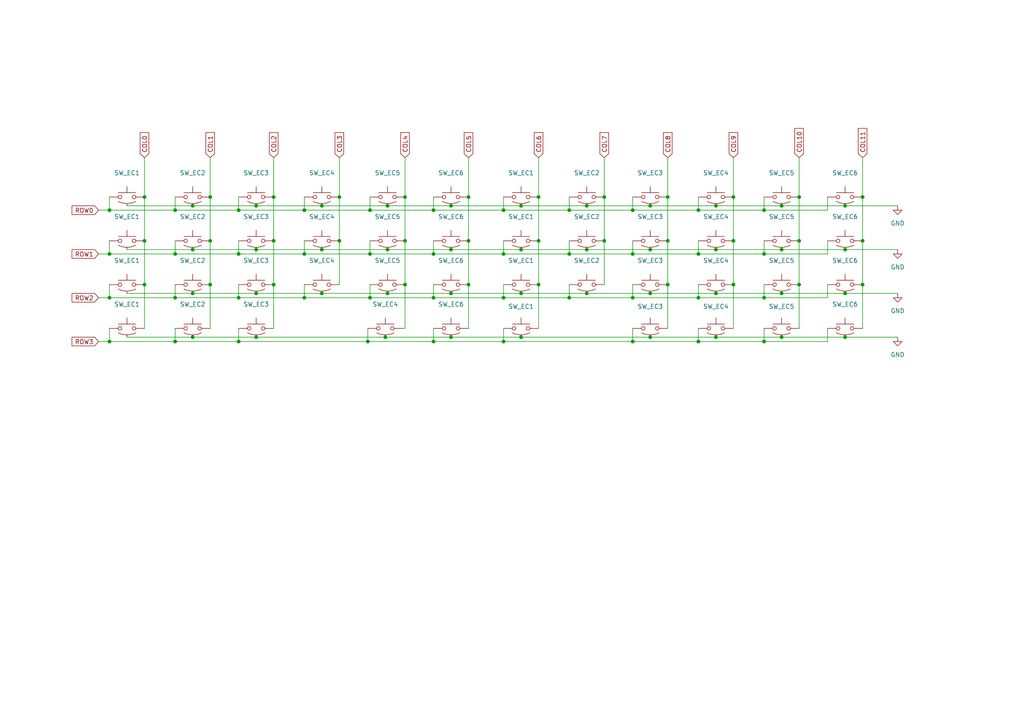
<source format=kicad_sch>
(kicad_sch (version 20231120) (generator "eeschema") (generator_version "8.0")
  (paper "A4")
  (lib_symbols
    (symbol "cipulot_parts:Topre" (pin_numbers hide) (pin_names (offset 1.016) hide)
      (property "Reference" "SW_EC" (at -3.175 6.858 0))
      (property "Value" "Topre" (at -0.127 4.572 0))
      (symbol "Topre_0_1"
        (arc (start -2.54 -1.27) (mid 0 -1.8696) (end 2.54 -1.27))
        (circle (center -2.032 0) (radius 0.508))
        (polyline (pts (xy 0 1.27) (xy 0 3.048)))
        (polyline (pts (xy 2.54 1.27) (xy -2.54 1.27)))
        (circle (center 2.032 0) (radius 0.508))
        (pin input line (at -5.08 0 0) (length 2.54) (name "1") (number "1"))
        (pin output line (at 5.08 0 180) (length 2.54) (name "2") (number "2"))
      )
      (symbol "Topre_1_1"
        (pin power_in line (at 0 -2.54 90) (length 0.6096) (name "3") (number "3"))
      )
    )
    (symbol "power:GND" (power) (pin_names (offset 0))
      (property "Value" "GND" (at 0 -3.81 0))
      (symbol "GND_0_1"
        (polyline (pts (xy 0 0) (xy 0 -1.27) (xy 1.27 -1.27) (xy 0 -2.54) (xy -1.27 -1.27) (xy 0 -1.27)))
      )
      (symbol "GND_1_1"
        (pin power_in line (at 0 0 270) (length 0) hide (name "GND") (number "1"))
      )
    )
  )
  (junction (at 226.695 59.69))
  (junction (at 41.91 82.55))
  (junction (at 93.345 59.69))
  (junction (at 146.05 99.06))
  (junction (at 130.81 97.79))
  (junction (at 31.75 99.06))
  (junction (at 226.695 85.09))
  (junction (at 231.775 82.55))
  (junction (at 188.595 97.79))
  (junction (at 188.595 59.69))
  (junction (at 55.88 97.79))
  (junction (at 50.8 99.06))
  (junction (at 183.515 60.96))
  (junction (at 170.18 72.39))
  (junction (at 193.675 69.85))
  (junction (at 107.315 73.66))
  (junction (at 226.695 97.79))
  (junction (at 207.645 59.69))
  (junction (at 250.19 57.15))
  (junction (at 231.775 57.15))
  (junction (at 156.21 57.15))
  (junction (at 112.395 85.09))
  (junction (at 69.215 73.66))
  (junction (at 151.13 97.79))
  (junction (at 165.1 73.66))
  (junction (at 207.645 97.79))
  (junction (at 31.75 73.66))
  (junction (at 231.775 69.85))
  (junction (at 125.73 60.96))
  (junction (at 112.395 72.39))
  (junction (at 125.73 86.36))
  (junction (at 50.8 86.36))
  (junction (at 88.265 73.66))
  (junction (at 112.395 59.69))
  (junction (at 170.18 85.09))
  (junction (at 130.81 72.39))
  (junction (at 74.295 72.39))
  (junction (at 212.725 82.55))
  (junction (at 226.695 72.39))
  (junction (at 117.475 69.85))
  (junction (at 79.375 82.55))
  (junction (at 55.88 72.39))
  (junction (at 170.18 59.69))
  (junction (at 188.595 85.09))
  (junction (at 156.21 69.85))
  (junction (at 250.19 82.55))
  (junction (at 60.96 82.55))
  (junction (at 221.615 73.66))
  (junction (at 245.11 85.09))
  (junction (at 245.11 59.69))
  (junction (at 221.615 86.36))
  (junction (at 106.68 99.06))
  (junction (at 183.515 99.06))
  (junction (at 41.91 69.85))
  (junction (at 50.8 73.66))
  (junction (at 183.515 73.66))
  (junction (at 202.565 99.06))
  (junction (at 135.89 69.85))
  (junction (at 156.21 82.55))
  (junction (at 55.88 85.09))
  (junction (at 151.13 59.69))
  (junction (at 165.1 60.96))
  (junction (at 188.595 72.39))
  (junction (at 60.96 69.85))
  (junction (at 202.565 60.96))
  (junction (at 55.88 59.69))
  (junction (at 146.05 73.66))
  (junction (at 60.96 57.15))
  (junction (at 88.265 86.36))
  (junction (at 245.11 72.39))
  (junction (at 74.295 59.69))
  (junction (at 207.645 85.09))
  (junction (at 146.05 86.36))
  (junction (at 93.345 72.39))
  (junction (at 135.89 82.55))
  (junction (at 135.89 57.15))
  (junction (at 221.615 99.06))
  (junction (at 31.75 86.36))
  (junction (at 98.425 69.85))
  (junction (at 31.75 60.96))
  (junction (at 193.675 57.15))
  (junction (at 117.475 82.55))
  (junction (at 202.565 73.66))
  (junction (at 79.375 57.15))
  (junction (at 212.725 57.15))
  (junction (at 165.1 86.36))
  (junction (at 111.76 97.79))
  (junction (at 69.215 60.96))
  (junction (at 74.295 97.79))
  (junction (at 41.91 57.15))
  (junction (at 130.81 59.69))
  (junction (at 193.675 82.55))
  (junction (at 250.19 69.85))
  (junction (at 117.475 57.15))
  (junction (at 107.315 60.96))
  (junction (at 175.26 69.85))
  (junction (at 93.345 85.09))
  (junction (at 74.295 85.09))
  (junction (at 175.26 57.15))
  (junction (at 69.215 99.06))
  (junction (at 107.315 86.36))
  (junction (at 146.05 60.96))
  (junction (at 98.425 57.15))
  (junction (at 125.73 73.66))
  (junction (at 79.375 69.85))
  (junction (at 202.565 86.36))
  (junction (at 88.265 60.96))
  (junction (at 207.645 72.39))
  (junction (at 50.8 60.96))
  (junction (at 69.215 86.36))
  (junction (at 212.725 69.85))
  (junction (at 125.73 99.06))
  (junction (at 245.11 97.79))
  (junction (at 130.81 85.09))
  (junction (at 221.615 60.96))
  (junction (at 151.13 72.39))
  (junction (at 151.13 85.09))
  (junction (at 183.515 86.36))
  (wire (pts (xy 188.595 59.69) (xy 207.645 59.69)))
  (wire (pts (xy 240.03 57.15) (xy 240.03 60.96)))
  (wire (pts (xy 125.73 95.25) (xy 125.73 99.06)))
  (wire (pts (xy 207.645 85.09) (xy 226.695 85.09)))
  (wire (pts (xy 130.81 59.69) (xy 151.13 59.69)))
  (wire (pts (xy 170.18 59.69) (xy 188.595 59.69)))
  (wire (pts (xy 175.26 57.15) (xy 175.26 69.85)))
  (wire (pts (xy 226.695 97.79) (xy 245.11 97.79)))
  (wire (pts (xy 88.265 57.15) (xy 88.265 60.96)))
  (wire (pts (xy 175.26 69.85) (xy 175.26 82.55)))
  (wire (pts (xy 156.21 69.85) (xy 156.21 82.55)))
  (wire (pts (xy 50.8 69.85) (xy 50.8 73.66)))
  (wire (pts (xy 193.675 69.85) (xy 193.675 82.55)))
  (wire (pts (xy 183.515 99.06) (xy 202.565 99.06)))
  (wire (pts (xy 240.03 82.55) (xy 240.03 86.36)))
  (wire (pts (xy 146.05 69.85) (xy 146.05 73.66)))
  (wire (pts (xy 111.76 97.79) (xy 130.81 97.79)))
  (wire (pts (xy 146.05 99.06) (xy 183.515 99.06)))
  (wire (pts (xy 156.21 45.72) (xy 156.21 57.15)))
  (wire (pts (xy 36.83 85.09) (xy 55.88 85.09)))
  (wire (pts (xy 125.73 86.36) (xy 146.05 86.36)))
  (wire (pts (xy 69.215 95.25) (xy 69.215 99.06)))
  (wire (pts (xy 125.73 69.85) (xy 125.73 73.66)))
  (wire (pts (xy 28.575 99.06) (xy 31.75 99.06)))
  (wire (pts (xy 98.425 45.72) (xy 98.425 57.15)))
  (wire (pts (xy 183.515 60.96) (xy 202.565 60.96)))
  (wire (pts (xy 221.615 69.85) (xy 221.615 73.66)))
  (wire (pts (xy 112.395 72.39) (xy 130.81 72.39)))
  (wire (pts (xy 93.345 59.69) (xy 112.395 59.69)))
  (wire (pts (xy 183.515 57.15) (xy 183.515 60.96)))
  (wire (pts (xy 245.11 59.69) (xy 260.35 59.69)))
  (wire (pts (xy 212.725 69.85) (xy 212.725 82.55)))
  (wire (pts (xy 193.675 57.15) (xy 193.675 69.85)))
  (wire (pts (xy 117.475 57.15) (xy 117.475 69.85)))
  (wire (pts (xy 69.215 60.96) (xy 88.265 60.96)))
  (wire (pts (xy 207.645 97.79) (xy 226.695 97.79)))
  (wire (pts (xy 250.19 45.72) (xy 250.19 57.15)))
  (wire (pts (xy 135.89 57.15) (xy 135.89 69.85)))
  (wire (pts (xy 165.1 57.15) (xy 165.1 60.96)))
  (wire (pts (xy 151.13 72.39) (xy 170.18 72.39)))
  (wire (pts (xy 69.215 82.55) (xy 69.215 86.36)))
  (wire (pts (xy 202.565 86.36) (xy 221.615 86.36)))
  (wire (pts (xy 117.475 45.72) (xy 117.475 57.15)))
  (wire (pts (xy 202.565 69.85) (xy 202.565 73.66)))
  (wire (pts (xy 69.215 73.66) (xy 88.265 73.66)))
  (wire (pts (xy 74.295 72.39) (xy 93.345 72.39)))
  (wire (pts (xy 88.265 82.55) (xy 88.265 86.36)))
  (wire (pts (xy 212.725 45.72) (xy 212.725 57.15)))
  (wire (pts (xy 188.595 85.09) (xy 207.645 85.09)))
  (wire (pts (xy 221.615 57.15) (xy 221.615 60.96)))
  (wire (pts (xy 156.21 82.55) (xy 156.21 95.25)))
  (wire (pts (xy 146.05 60.96) (xy 165.1 60.96)))
  (wire (pts (xy 221.615 95.25) (xy 221.615 99.06)))
  (wire (pts (xy 221.615 86.36) (xy 240.03 86.36)))
  (wire (pts (xy 125.73 60.96) (xy 146.05 60.96)))
  (wire (pts (xy 165.1 86.36) (xy 183.515 86.36)))
  (wire (pts (xy 28.575 73.66) (xy 31.75 73.66)))
  (wire (pts (xy 112.395 59.69) (xy 130.81 59.69)))
  (wire (pts (xy 31.75 60.96) (xy 50.8 60.96)))
  (wire (pts (xy 125.73 57.15) (xy 125.73 60.96)))
  (wire (pts (xy 207.645 72.39) (xy 226.695 72.39)))
  (wire (pts (xy 88.265 73.66) (xy 107.315 73.66)))
  (wire (pts (xy 36.83 97.79) (xy 55.88 97.79)))
  (wire (pts (xy 107.315 73.66) (xy 125.73 73.66)))
  (wire (pts (xy 50.8 57.15) (xy 50.8 60.96)))
  (wire (pts (xy 60.96 69.85) (xy 60.96 82.55)))
  (wire (pts (xy 31.75 73.66) (xy 50.8 73.66)))
  (wire (pts (xy 60.96 45.72) (xy 60.96 57.15)))
  (wire (pts (xy 250.19 69.85) (xy 250.19 82.55)))
  (wire (pts (xy 146.05 86.36) (xy 165.1 86.36)))
  (wire (pts (xy 202.565 95.25) (xy 202.565 99.06)))
  (wire (pts (xy 50.8 60.96) (xy 69.215 60.96)))
  (wire (pts (xy 245.11 72.39) (xy 260.35 72.39)))
  (wire (pts (xy 88.265 69.85) (xy 88.265 73.66)))
  (wire (pts (xy 135.89 45.72) (xy 135.89 57.15)))
  (wire (pts (xy 74.295 97.79) (xy 111.76 97.79)))
  (wire (pts (xy 183.515 95.25) (xy 183.515 99.06)))
  (wire (pts (xy 221.615 82.55) (xy 221.615 86.36)))
  (wire (pts (xy 245.11 97.79) (xy 260.35 97.79)))
  (wire (pts (xy 250.19 57.15) (xy 250.19 69.85)))
  (wire (pts (xy 107.315 60.96) (xy 125.73 60.96)))
  (wire (pts (xy 31.75 57.15) (xy 31.75 60.96)))
  (wire (pts (xy 125.73 82.55) (xy 125.73 86.36)))
  (wire (pts (xy 36.83 72.39) (xy 55.88 72.39)))
  (wire (pts (xy 31.75 86.36) (xy 50.8 86.36)))
  (wire (pts (xy 60.96 57.15) (xy 60.96 69.85)))
  (wire (pts (xy 183.515 86.36) (xy 202.565 86.36)))
  (wire (pts (xy 170.18 85.09) (xy 188.595 85.09)))
  (wire (pts (xy 74.295 85.09) (xy 93.345 85.09)))
  (wire (pts (xy 41.91 45.72) (xy 41.91 57.15)))
  (wire (pts (xy 74.295 59.69) (xy 93.345 59.69)))
  (wire (pts (xy 202.565 60.96) (xy 221.615 60.96)))
  (wire (pts (xy 240.03 95.25) (xy 240.03 99.06)))
  (wire (pts (xy 146.05 73.66) (xy 165.1 73.66)))
  (wire (pts (xy 212.725 82.55) (xy 212.725 95.25)))
  (wire (pts (xy 151.13 59.69) (xy 170.18 59.69)))
  (wire (pts (xy 165.1 73.66) (xy 183.515 73.66)))
  (wire (pts (xy 146.05 95.25) (xy 146.05 99.06)))
  (wire (pts (xy 183.515 73.66) (xy 202.565 73.66)))
  (wire (pts (xy 31.75 69.85) (xy 31.75 73.66)))
  (wire (pts (xy 88.265 60.96) (xy 107.315 60.96)))
  (wire (pts (xy 188.595 97.79) (xy 207.645 97.79)))
  (wire (pts (xy 107.315 82.55) (xy 107.315 86.36)))
  (wire (pts (xy 146.05 82.55) (xy 146.05 86.36)))
  (wire (pts (xy 231.775 69.85) (xy 231.775 82.55)))
  (wire (pts (xy 156.21 57.15) (xy 156.21 69.85)))
  (wire (pts (xy 125.73 73.66) (xy 146.05 73.66)))
  (wire (pts (xy 165.1 60.96) (xy 183.515 60.96)))
  (wire (pts (xy 207.645 59.69) (xy 226.695 59.69)))
  (wire (pts (xy 50.8 99.06) (xy 69.215 99.06)))
  (wire (pts (xy 245.11 85.09) (xy 260.35 85.09)))
  (wire (pts (xy 130.81 72.39) (xy 151.13 72.39)))
  (wire (pts (xy 55.88 97.79) (xy 74.295 97.79)))
  (wire (pts (xy 170.18 72.39) (xy 188.595 72.39)))
  (wire (pts (xy 79.375 69.85) (xy 79.375 82.55)))
  (wire (pts (xy 221.615 60.96) (xy 240.03 60.96)))
  (wire (pts (xy 50.8 86.36) (xy 69.215 86.36)))
  (wire (pts (xy 193.675 45.72) (xy 193.675 57.15)))
  (wire (pts (xy 55.88 59.69) (xy 74.295 59.69)))
  (wire (pts (xy 226.695 85.09) (xy 245.11 85.09)))
  (wire (pts (xy 183.515 82.55) (xy 183.515 86.36)))
  (wire (pts (xy 79.375 45.72) (xy 79.375 57.15)))
  (wire (pts (xy 221.615 99.06) (xy 240.03 99.06)))
  (wire (pts (xy 69.215 99.06) (xy 106.68 99.06)))
  (wire (pts (xy 36.83 59.69) (xy 55.88 59.69)))
  (wire (pts (xy 221.615 73.66) (xy 240.03 73.66)))
  (wire (pts (xy 117.475 82.55) (xy 117.475 95.25)))
  (wire (pts (xy 107.315 57.15) (xy 107.315 60.96)))
  (wire (pts (xy 55.88 72.39) (xy 74.295 72.39)))
  (wire (pts (xy 98.425 69.85) (xy 98.425 82.55)))
  (wire (pts (xy 79.375 82.55) (xy 79.375 95.25)))
  (wire (pts (xy 146.05 57.15) (xy 146.05 60.96)))
  (wire (pts (xy 202.565 73.66) (xy 221.615 73.66)))
  (wire (pts (xy 50.8 95.25) (xy 50.8 99.06)))
  (wire (pts (xy 106.68 99.06) (xy 125.73 99.06)))
  (wire (pts (xy 31.75 95.25) (xy 31.75 99.06)))
  (wire (pts (xy 93.345 72.39) (xy 112.395 72.39)))
  (wire (pts (xy 69.215 57.15) (xy 69.215 60.96)))
  (wire (pts (xy 135.89 82.55) (xy 135.89 95.25)))
  (wire (pts (xy 226.695 72.39) (xy 245.11 72.39)))
  (wire (pts (xy 202.565 57.15) (xy 202.565 60.96)))
  (wire (pts (xy 112.395 85.09) (xy 130.81 85.09)))
  (wire (pts (xy 130.81 85.09) (xy 151.13 85.09)))
  (wire (pts (xy 117.475 69.85) (xy 117.475 82.55)))
  (wire (pts (xy 107.315 69.85) (xy 107.315 73.66)))
  (wire (pts (xy 69.215 86.36) (xy 88.265 86.36)))
  (wire (pts (xy 165.1 69.85) (xy 165.1 73.66)))
  (wire (pts (xy 107.315 86.36) (xy 125.73 86.36)))
  (wire (pts (xy 79.375 57.15) (xy 79.375 69.85)))
  (wire (pts (xy 212.725 57.15) (xy 212.725 69.85)))
  (wire (pts (xy 88.265 86.36) (xy 107.315 86.36)))
  (wire (pts (xy 28.575 86.36) (xy 31.75 86.36)))
  (wire (pts (xy 231.775 82.55) (xy 231.775 95.25)))
  (wire (pts (xy 165.1 82.55) (xy 165.1 86.36)))
  (wire (pts (xy 226.695 59.69) (xy 245.11 59.69)))
  (wire (pts (xy 41.91 82.55) (xy 41.91 95.25)))
  (wire (pts (xy 175.26 45.72) (xy 175.26 57.15)))
  (wire (pts (xy 31.75 99.06) (xy 50.8 99.06)))
  (wire (pts (xy 231.775 45.72) (xy 231.775 57.15)))
  (wire (pts (xy 130.81 97.79) (xy 151.13 97.79)))
  (wire (pts (xy 135.89 69.85) (xy 135.89 82.55)))
  (wire (pts (xy 60.96 82.55) (xy 60.96 95.25)))
  (wire (pts (xy 55.88 85.09) (xy 74.295 85.09)))
  (wire (pts (xy 151.13 97.79) (xy 188.595 97.79)))
  (wire (pts (xy 188.595 72.39) (xy 207.645 72.39)))
  (wire (pts (xy 106.68 95.25) (xy 106.68 99.06)))
  (wire (pts (xy 69.215 69.85) (xy 69.215 73.66)))
  (wire (pts (xy 125.73 99.06) (xy 146.05 99.06)))
  (wire (pts (xy 50.8 73.66) (xy 69.215 73.66)))
  (wire (pts (xy 41.91 57.15) (xy 41.91 69.85)))
  (wire (pts (xy 41.91 69.85) (xy 41.91 82.55)))
  (wire (pts (xy 202.565 82.55) (xy 202.565 86.36)))
  (wire (pts (xy 116.84 95.25) (xy 117.475 95.25)))
  (wire (pts (xy 151.13 85.09) (xy 170.18 85.09)))
  (wire (pts (xy 28.575 60.96) (xy 31.75 60.96)))
  (wire (pts (xy 240.03 69.85) (xy 240.03 73.66)))
  (wire (pts (xy 193.675 82.55) (xy 193.675 95.25)))
  (wire (pts (xy 202.565 99.06) (xy 221.615 99.06)))
  (wire (pts (xy 183.515 69.85) (xy 183.515 73.66)))
  (wire (pts (xy 31.75 82.55) (xy 31.75 86.36)))
  (wire (pts (xy 50.8 82.55) (xy 50.8 86.36)))
  (wire (pts (xy 93.345 85.09) (xy 112.395 85.09)))
  (wire (pts (xy 231.775 57.15) (xy 231.775 69.85)))
  (wire (pts (xy 98.425 57.15) (xy 98.425 69.85)))
  (wire (pts (xy 250.19 82.55) (xy 250.19 95.25)))
  (global_label "ROW0" (shape input) (at 28.575 60.96 180) (property "Intersheetrefs" "${INTERSHEET_REFS}" (effects (hide yes))))
  (global_label "COL8" (shape input) (at 193.675 45.72 90) (property "Intersheetrefs" "${INTERSHEET_REFS}" (effects (hide yes))))
  (global_label "ROW1" (shape input) (at 28.575 73.66 180) (property "Intersheetrefs" "${INTERSHEET_REFS}" (effects (hide yes))))
  (global_label "COL4" (shape input) (at 117.475 45.72 90) (property "Intersheetrefs" "${INTERSHEET_REFS}" (effects (hide yes))))
  (global_label "COL10" (shape input) (at 231.775 45.72 90) (property "Intersheetrefs" "${INTERSHEET_REFS}" (effects (hide yes))))
  (global_label "COL2" (shape input) (at 79.375 45.72 90) (property "Intersheetrefs" "${INTERSHEET_REFS}" (effects (hide yes))))
  (global_label "COL9" (shape input) (at 212.725 45.72 90) (property "Intersheetrefs" "${INTERSHEET_REFS}" (effects (hide yes))))
  (global_label "COL11" (shape input) (at 250.19 45.72 90) (property "Intersheetrefs" "${INTERSHEET_REFS}" (effects (hide yes))))
  (global_label "COL6" (shape input) (at 156.21 45.72 90) (property "Intersheetrefs" "${INTERSHEET_REFS}" (effects (hide yes))))
  (global_label "ROW3" (shape input) (at 28.575 99.06 180) (property "Intersheetrefs" "${INTERSHEET_REFS}" (effects (hide yes))))
  (global_label "COL7" (shape input) (at 175.26 45.72 90) (property "Intersheetrefs" "${INTERSHEET_REFS}" (effects (hide yes))))
  (global_label "COL1" (shape input) (at 60.96 45.72 90) (property "Intersheetrefs" "${INTERSHEET_REFS}" (effects (hide yes))))
  (global_label "ROW2" (shape input) (at 28.575 86.36 180) (property "Intersheetrefs" "${INTERSHEET_REFS}" (effects (hide yes))))
  (global_label "COL0" (shape input) (at 41.91 45.72 90) (property "Intersheetrefs" "${INTERSHEET_REFS}" (effects (hide yes))))
  (global_label "COL5" (shape input) (at 135.89 45.72 90) (property "Intersheetrefs" "${INTERSHEET_REFS}" (effects (hide yes))))
  (global_label "COL3" (shape input) (at 98.425 45.72 90) (property "Intersheetrefs" "${INTERSHEET_REFS}" (effects (hide yes))))
  (symbol (lib_id "cipulot_parts:Topre") (at 93.345 69.85 0) (unit 1)
    (property "Reference" "SW_EC4" (at 93.345 62.865 0))
    (property "Value" "Topre" (effects (hide yes)))
    (property "Footprint" "cipulot_parts:ecs_pad_1U_no_ring" (effects (hide yes)))
    (instances (project "minivan" (path "" (reference "SW_EC4") (unit 1)) (path "" (reference "SW_EC16") (unit 1))))
  )
  (symbol (lib_id "cipulot_parts:Topre") (at 112.395 57.15 0) (unit 1)
    (property "Reference" "SW_EC5" (at 112.395 50.165 0))
    (property "Value" "Topre" (effects (hide yes)))
    (property "Footprint" "cipulot_parts:ecs_pad_1U_no_ring" (effects (hide yes)))
  )
  (symbol (lib_id "cipulot_parts:Topre") (at 188.595 69.85 0) (unit 1)
    (property "Reference" "SW_EC3" (at 188.595 62.865 0))
    (property "Value" "Topre" (effects (hide yes)))
    (property "Footprint" "cipulot_parts:ecs_pad_1U_no_ring" (effects (hide yes)))
    (instances (project "minivan" (path "" (reference "SW_EC3") (unit 1)) (path "" (reference "SW_EC21") (unit 1))))
  )
  (symbol (lib_id "cipulot_parts:Topre") (at 130.81 57.15 0) (unit 1)
    (property "Reference" "SW_EC6" (at 130.81 50.165 0))
    (property "Value" "Topre" (effects (hide yes)))
    (property "Footprint" "cipulot_parts:ecs_pad_1U_no_ring" (effects (hide yes)))
  )
  (symbol (lib_id "cipulot_parts:Topre") (at 36.83 69.85 0) (unit 1)
    (property "Reference" "SW_EC1" (at 36.83 62.865 0))
    (property "Value" "Topre" (effects (hide yes)))
    (property "Footprint" "cipulot_parts:ecs_pad_1U_no_ring" (effects (hide yes)))
    (instances (project "minivan" (path "" (reference "SW_EC1") (unit 1)) (path "" (reference "SW_EC13") (unit 1))))
  )
  (symbol (lib_id "cipulot_parts:Topre") (at 170.18 69.85 0) (unit 1)
    (property "Reference" "SW_EC2" (at 170.18 62.865 0))
    (property "Value" "Topre" (effects (hide yes)))
    (property "Footprint" "cipulot_parts:ecs_pad_1U_no_ring" (effects (hide yes)))
    (instances (project "minivan" (path "" (reference "SW_EC2") (unit 1)) (path "" (reference "SW_EC20") (unit 1))))
  )
  (symbol (lib_id "cipulot_parts:Topre") (at 130.81 82.55 0) (unit 1)
    (property "Reference" "SW_EC6" (at 130.81 75.565 0))
    (property "Value" "Topre" (effects (hide yes)))
    (property "Footprint" "cipulot_parts:ecs_pad_1U_no_ring" (effects (hide yes)))
    (instances (project "minivan" (path "" (reference "SW_EC6") (unit 1)) (path "" (reference "SW_EC30") (unit 1))))
  )
  (symbol (lib_id "power:GND") (at 260.35 85.09 0) (unit 1)
    (property "Reference" "#PWR045" (effects (hide yes)))
    (property "Value" "GND" (at 260.35 90.17 0))
  )
  (symbol (lib_id "cipulot_parts:Topre") (at 226.695 82.55 0) (unit 1)
    (property "Reference" "SW_EC5" (at 226.695 75.565 0))
    (property "Value" "Topre" (effects (hide yes)))
    (property "Footprint" "cipulot_parts:ecs_pad_1U_no_ring" (effects (hide yes)))
    (instances (project "minivan" (path "" (reference "SW_EC5") (unit 1)) (path "" (reference "SW_EC35") (unit 1))))
  )
  (symbol (lib_id "cipulot_parts:Topre") (at 170.18 57.15 0) (unit 1)
    (property "Reference" "SW_EC2" (at 170.18 50.165 0))
    (property "Value" "Topre" (effects (hide yes)))
    (property "Footprint" "cipulot_parts:ecs_pad_1U_no_ring" (effects (hide yes)))
    (instances (project "minivan" (path "" (reference "SW_EC2") (unit 1)) (path "" (reference "SW_EC8") (unit 1))))
  )
  (symbol (lib_id "power:GND") (at 260.35 59.69 0) (unit 1)
    (property "Reference" "#PWR043" (effects (hide yes)))
    (property "Value" "GND" (at 260.35 64.77 0))
  )
  (symbol (lib_id "cipulot_parts:Topre") (at 188.595 95.25 0) (unit 1)
    (property "Reference" "SW_EC3" (at 188.595 88.9 0))
    (property "Value" "Topre" (effects (hide yes)))
    (property "Footprint" "cipulot_parts:ecs_pad_1U_no_ring" (effects (hide yes)))
    (instances (project "minivan" (path "" (reference "SW_EC3") (unit 1)) (path "" (reference "SW_EC43") (unit 1))))
  )
  (symbol (lib_id "cipulot_parts:Topre") (at 74.295 82.55 0) (unit 1)
    (property "Reference" "SW_EC3" (at 74.295 75.565 0))
    (property "Value" "Topre" (effects (hide yes)))
    (property "Footprint" "cipulot_parts:ecs_pad_1U_no_ring" (effects (hide yes)))
    (instances (project "minivan" (path "" (reference "SW_EC3") (unit 1)) (path "" (reference "SW_EC27") (unit 1))))
  )
  (symbol (lib_id "cipulot_parts:Topre") (at 151.13 95.25 0) (unit 1)
    (property "Reference" "SW_EC1" (at 151.13 88.9 0))
    (property "Value" "Topre" (effects (hide yes)))
    (property "Footprint" "cipulot_parts:ecs_pad_1U_no_ring" (effects (hide yes)))
    (instances (project "minivan" (path "" (reference "SW_EC1") (unit 1)) (path "" (reference "SW_EC42") (unit 1))))
  )
  (symbol (lib_id "cipulot_parts:Topre") (at 55.88 69.85 0) (unit 1)
    (property "Reference" "SW_EC2" (at 55.88 62.865 0))
    (property "Value" "Topre" (effects (hide yes)))
    (property "Footprint" "cipulot_parts:ecs_pad_1U_no_ring" (effects (hide yes)))
    (instances (project "minivan" (path "" (reference "SW_EC2") (unit 1)) (path "" (reference "SW_EC14") (unit 1))))
  )
  (symbol (lib_id "cipulot_parts:Topre") (at 36.83 95.25 0) (unit 1)
    (property "Reference" "SW_EC1" (at 36.83 88.265 0))
    (property "Value" "Topre" (effects (hide yes)))
    (property "Footprint" "cipulot_parts:ecs_pad_1U_no_ring" (effects (hide yes)))
    (instances (project "minivan" (path "" (reference "SW_EC1") (unit 1)) (path "" (reference "SW_EC37") (unit 1))))
  )
  (symbol (lib_id "cipulot_parts:Topre") (at 112.395 82.55 0) (unit 1)
    (property "Reference" "SW_EC5" (at 112.395 75.565 0))
    (property "Value" "Topre" (effects (hide yes)))
    (property "Footprint" "cipulot_parts:ecs_pad_1U_no_ring" (effects (hide yes)))
    (instances (project "minivan" (path "" (reference "SW_EC5") (unit 1)) (path "" (reference "SW_EC29") (unit 1))))
  )
  (symbol (lib_id "power:GND") (at 260.35 97.79 0) (unit 1)
    (property "Reference" "#PWR046" (effects (hide yes)))
    (property "Value" "GND" (at 260.35 102.87 0))
  )
  (symbol (lib_id "cipulot_parts:Topre") (at 245.11 82.55 0) (unit 1)
    (property "Reference" "SW_EC6" (at 245.11 75.565 0))
    (property "Value" "Topre" (effects (hide yes)))
    (property "Footprint" "cipulot_parts:ecs_pad_1U_no_ring" (effects (hide yes)))
    (instances (project "minivan" (path "" (reference "SW_EC6") (unit 1)) (path "" (reference "SW_EC36") (unit 1))))
  )
  (symbol (lib_id "cipulot_parts:Topre") (at 207.645 69.85 0) (unit 1)
    (property "Reference" "SW_EC4" (at 207.645 62.865 0))
    (property "Value" "Topre" (effects (hide yes)))
    (property "Footprint" "cipulot_parts:ecs_pad_1U_no_ring" (effects (hide yes)))
    (instances (project "minivan" (path "" (reference "SW_EC4") (unit 1)) (path "" (reference "SW_EC22") (unit 1))))
  )
  (symbol (lib_id "cipulot_parts:Topre") (at 151.13 57.15 0) (unit 1)
    (property "Reference" "SW_EC1" (at 151.13 50.165 0))
    (property "Value" "Topre" (effects (hide yes)))
    (property "Footprint" "cipulot_parts:ecs_pad_1U_no_ring" (effects (hide yes)))
    (instances (project "minivan" (path "" (reference "SW_EC1") (unit 1)) (path "" (reference "SW_EC7") (unit 1))))
  )
  (symbol (lib_id "power:GND") (at 260.35 72.39 0) (unit 1)
    (property "Reference" "#PWR044" (effects (hide yes)))
    (property "Value" "GND" (at 260.35 77.47 0))
  )
  (symbol (lib_id "cipulot_parts:Topre") (at 55.88 82.55 0) (unit 1)
    (property "Reference" "SW_EC2" (at 55.88 75.565 0))
    (property "Value" "Topre" (effects (hide yes)))
    (property "Footprint" "cipulot_parts:ecs_pad_1U_no_ring" (effects (hide yes)))
    (instances (project "minivan" (path "" (reference "SW_EC2") (unit 1)) (path "" (reference "SW_EC26") (unit 1))))
  )
  (symbol (lib_id "cipulot_parts:Topre") (at 111.76 95.25 0) (unit 1)
    (property "Reference" "SW_EC4" (at 111.76 88.265 0))
    (property "Value" "Topre" (effects (hide yes)))
    (property "Footprint" "cipulot_parts:ecs_pad_1U_no_ring" (effects (hide yes)))
    (instances (project "minivan" (path "" (reference "SW_EC4") (unit 1)) (path "" (reference "SW_EC40") (unit 1))))
  )
  (symbol (lib_id "cipulot_parts:Topre") (at 226.695 95.25 0) (unit 1)
    (property "Reference" "SW_EC5" (at 226.695 88.9 0))
    (property "Value" "Topre" (effects (hide yes)))
    (property "Footprint" "cipulot_parts:ecs_pad_1U_no_ring" (effects (hide yes)))
    (instances (project "minivan" (path "" (reference "SW_EC5") (unit 1)) (path "" (reference "SW_EC45") (unit 1))))
  )
  (symbol (lib_id "cipulot_parts:Topre") (at 130.81 69.85 0) (unit 1)
    (property "Reference" "SW_EC6" (at 130.81 62.865 0))
    (property "Value" "Topre" (effects (hide yes)))
    (property "Footprint" "cipulot_parts:ecs_pad_1U_no_ring" (effects (hide yes)))
    (instances (project "minivan" (path "" (reference "SW_EC6") (unit 1)) (path "" (reference "SW_EC18") (unit 1))))
  )
  (symbol (lib_id "cipulot_parts:Topre") (at 93.345 57.15 0) (unit 1)
    (property "Reference" "SW_EC4" (at 93.345 50.165 0))
    (property "Value" "Topre" (effects (hide yes)))
    (property "Footprint" "cipulot_parts:ecs_pad_1U_no_ring" (effects (hide yes)))
  )
  (symbol (lib_id "cipulot_parts:Topre") (at 36.83 57.15 0) (unit 1)
    (property "Reference" "SW_EC1" (at 36.83 50.165 0))
    (property "Value" "Topre" (effects (hide yes)))
    (property "Footprint" "cipulot_parts:ecs_pad_1U_no_ring" (effects (hide yes)))
  )
  (symbol (lib_id "cipulot_parts:Topre") (at 74.295 69.85 0) (unit 1)
    (property "Reference" "SW_EC3" (at 74.295 62.865 0))
    (property "Value" "Topre" (effects (hide yes)))
    (property "Footprint" "cipulot_parts:ecs_pad_1U_no_ring" (effects (hide yes)))
    (instances (project "minivan" (path "" (reference "SW_EC3") (unit 1)) (path "" (reference "SW_EC15") (unit 1))))
  )
  (symbol (lib_id "cipulot_parts:Topre") (at 188.595 82.55 0) (unit 1)
    (property "Reference" "SW_EC3" (at 188.595 75.565 0))
    (property "Value" "Topre" (effects (hide yes)))
    (property "Footprint" "cipulot_parts:ecs_pad_1U_no_ring" (effects (hide yes)))
    (instances (project "minivan" (path "" (reference "SW_EC3") (unit 1)) (path "" (reference "SW_EC33") (unit 1))))
  )
  (symbol (lib_id "cipulot_parts:Topre") (at 245.11 57.15 0) (unit 1)
    (property "Reference" "SW_EC6" (at 245.11 50.165 0))
    (property "Value" "Topre" (effects (hide yes)))
    (property "Footprint" "cipulot_parts:ecs_pad_1U_no_ring" (effects (hide yes)))
    (instances (project "minivan" (path "" (reference "SW_EC6") (unit 1)) (path "" (reference "SW_EC12") (unit 1))))
  )
  (symbol (lib_id "cipulot_parts:Topre") (at 226.695 69.85 0) (unit 1)
    (property "Reference" "SW_EC5" (at 226.695 62.865 0))
    (property "Value" "Topre" (effects (hide yes)))
    (property "Footprint" "cipulot_parts:ecs_pad_1U_no_ring" (effects (hide yes)))
    (instances (project "minivan" (path "" (reference "SW_EC5") (unit 1)) (path "" (reference "SW_EC23") (unit 1))))
  )
  (symbol (lib_id "cipulot_parts:Topre") (at 93.345 82.55 0) (unit 1)
    (property "Reference" "SW_EC4" (at 93.345 75.565 0))
    (property "Value" "Topre" (effects (hide yes)))
    (property "Footprint" "cipulot_parts:ecs_pad_1U_no_ring" (effects (hide yes)))
    (instances (project "minivan" (path "" (reference "SW_EC4") (unit 1)) (path "" (reference "SW_EC28") (unit 1))))
  )
  (symbol (lib_id "cipulot_parts:Topre") (at 245.11 69.85 0) (unit 1)
    (property "Reference" "SW_EC6" (at 245.11 62.865 0))
    (property "Value" "Topre" (effects (hide yes)))
    (property "Footprint" "cipulot_parts:ecs_pad_1U_no_ring" (effects (hide yes)))
    (instances (project "minivan" (path "" (reference "SW_EC6") (unit 1)) (path "" (reference "SW_EC24") (unit 1))))
  )
  (symbol (lib_id "cipulot_parts:Topre") (at 55.88 57.15 0) (unit 1)
    (property "Reference" "SW_EC2" (at 55.88 50.165 0))
    (property "Value" "Topre" (effects (hide yes)))
    (property "Footprint" "cipulot_parts:ecs_pad_1U_no_ring" (effects (hide yes)))
  )
  (symbol (lib_id "cipulot_parts:Topre") (at 130.81 95.25 0) (unit 1)
    (property "Reference" "SW_EC6" (at 130.81 88.265 0))
    (property "Value" "Topre" (effects (hide yes)))
    (property "Footprint" "cipulot_parts:ecs_pad_1U_no_ring" (effects (hide yes)))
    (instances (project "minivan" (path "" (reference "SW_EC6") (unit 1)) (path "" (reference "SW_EC41") (unit 1))))
  )
  (symbol (lib_id "cipulot_parts:Topre") (at 207.645 57.15 0) (unit 1)
    (property "Reference" "SW_EC4" (at 207.645 50.165 0))
    (property "Value" "Topre" (effects (hide yes)))
    (property "Footprint" "cipulot_parts:ecs_pad_1U_no_ring" (effects (hide yes)))
    (instances (project "minivan" (path "" (reference "SW_EC4") (unit 1)) (path "" (reference "SW_EC10") (unit 1))))
  )
  (symbol (lib_id "cipulot_parts:Topre") (at 36.83 82.55 0) (unit 1)
    (property "Reference" "SW_EC1" (at 36.83 75.565 0))
    (property "Value" "Topre" (effects (hide yes)))
    (property "Footprint" "cipulot_parts:ecs_pad_1U_no_ring" (effects (hide yes)))
    (instances (project "minivan" (path "" (reference "SW_EC1") (unit 1)) (path "" (reference "SW_EC25") (unit 1))))
  )
  (symbol (lib_id "cipulot_parts:Topre") (at 207.645 95.25 0) (unit 1)
    (property "Reference" "SW_EC4" (at 207.645 88.9 0))
    (property "Value" "Topre" (effects (hide yes)))
    (property "Footprint" "cipulot_parts:ecs_pad_1U_no_ring" (effects (hide yes)))
    (instances (project "minivan" (path "" (reference "SW_EC4") (unit 1)) (path "" (reference "SW_EC44") (unit 1))))
  )
  (symbol (lib_id "cipulot_parts:Topre") (at 207.645 82.55 0) (unit 1)
    (property "Reference" "SW_EC4" (at 207.645 75.565 0))
    (property "Value" "Topre" (effects (hide yes)))
    (property "Footprint" "cipulot_parts:ecs_pad_1U_no_ring" (effects (hide yes)))
    (instances (project "minivan" (path "" (reference "SW_EC4") (unit 1)) (path "" (reference "SW_EC34") (unit 1))))
  )
  (symbol (lib_id "cipulot_parts:Topre") (at 74.295 95.25 0) (unit 1)
    (property "Reference" "SW_EC3" (at 74.295 88.265 0))
    (property "Value" "Topre" (effects (hide yes)))
    (property "Footprint" "cipulot_parts:ecs_pad_1U_no_ring" (effects (hide yes)))
    (instances (project "minivan" (path "" (reference "SW_EC3") (unit 1)) (path "" (reference "SW_EC39") (unit 1))))
  )
  (symbol (lib_id "cipulot_parts:Topre") (at 170.18 82.55 0) (unit 1)
    (property "Reference" "SW_EC2" (at 170.18 75.565 0))
    (property "Value" "Topre" (effects (hide yes)))
    (property "Footprint" "cipulot_parts:ecs_pad_1U_no_ring" (effects (hide yes)))
    (instances (project "minivan" (path "" (reference "SW_EC2") (unit 1)) (path "" (reference "SW_EC32") (unit 1))))
  )
  (symbol (lib_id "cipulot_parts:Topre") (at 245.11 95.25 0) (unit 1)
    (property "Reference" "SW_EC6" (at 245.11 88.265 0))
    (property "Value" "Topre" (effects (hide yes)))
    (property "Footprint" "cipulot_parts:ecs_pad_1U_no_ring" (effects (hide yes)))
    (instances (project "minivan" (path "" (reference "SW_EC6") (unit 1)) (path "" (reference "SW_EC46") (unit 1))))
  )
  (symbol (lib_id "cipulot_parts:Topre") (at 74.295 57.15 0) (unit 1)
    (property "Reference" "SW_EC3" (at 74.295 50.165 0))
    (property "Value" "Topre" (effects (hide yes)))
    (property "Footprint" "cipulot_parts:ecs_pad_1U_no_ring" (effects (hide yes)))
  )
  (symbol (lib_id "cipulot_parts:Topre") (at 188.595 57.15 0) (unit 1)
    (property "Reference" "SW_EC3" (at 188.595 50.165 0))
    (property "Value" "Topre" (effects (hide yes)))
    (property "Footprint" "cipulot_parts:ecs_pad_1U_no_ring" (effects (hide yes)))
    (instances (project "minivan" (path "" (reference "SW_EC3") (unit 1)) (path "" (reference "SW_EC9") (unit 1))))
  )
  (symbol (lib_id "cipulot_parts:Topre") (at 151.13 82.55 0) (unit 1)
    (property "Reference" "SW_EC1" (at 151.13 75.565 0))
    (property "Value" "Topre" (effects (hide yes)))
    (property "Footprint" "cipulot_parts:ecs_pad_1U_no_ring" (effects (hide yes)))
    (instances (project "minivan" (path "" (reference "SW_EC1") (unit 1)) (path "" (reference "SW_EC31") (unit 1))))
  )
  (symbol (lib_id "cipulot_parts:Topre") (at 226.695 57.15 0) (unit 1)
    (property "Reference" "SW_EC5" (at 226.695 50.165 0))
    (property "Value" "Topre" (effects (hide yes)))
    (property "Footprint" "cipulot_parts:ecs_pad_1U_no_ring" (effects (hide yes)))
    (instances (project "minivan" (path "" (reference "SW_EC5") (unit 1)) (path "" (reference "SW_EC11") (unit 1))))
  )
  (symbol (lib_id "cipulot_parts:Topre") (at 151.13 69.85 0) (unit 1)
    (property "Reference" "SW_EC1" (at 151.13 62.865 0))
    (property "Value" "Topre" (effects (hide yes)))
    (property "Footprint" "cipulot_parts:ecs_pad_1U_no_ring" (effects (hide yes)))
    (instances (project "minivan" (path "" (reference "SW_EC1") (unit 1)) (path "" (reference "SW_EC19") (unit 1))))
  )
  (symbol (lib_id "cipulot_parts:Topre") (at 55.88 95.25 0) (unit 1)
    (property "Reference" "SW_EC2" (at 55.88 88.265 0))
    (property "Value" "Topre" (effects (hide yes)))
    (property "Footprint" "cipulot_parts:ecs_pad_1U_no_ring" (effects (hide yes)))
    (instances (project "minivan" (path "" (reference "SW_EC2") (unit 1)) (path "" (reference "SW_EC38") (unit 1))))
  )
  (symbol (lib_id "cipulot_parts:Topre") (at 112.395 69.85 0) (unit 1)
    (property "Reference" "SW_EC5" (at 112.395 62.865 0))
    (property "Value" "Topre" (effects (hide yes)))
    (property "Footprint" "cipulot_parts:ecs_pad_1U_no_ring" (effects (hide yes)))
    (instances (project "minivan" (path "" (reference "SW_EC5") (unit 1)) (path "" (reference "SW_EC17") (unit 1))))
  )
)
</source>
